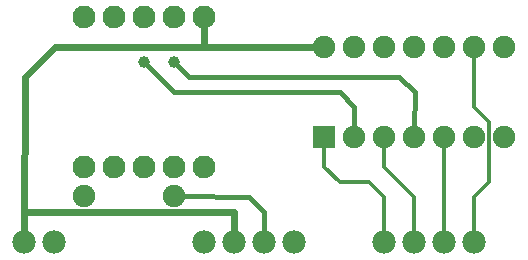
<source format=gtl>
G04 MADE WITH FRITZING*
G04 WWW.FRITZING.ORG*
G04 DOUBLE SIDED*
G04 HOLES PLATED*
G04 CONTOUR ON CENTER OF CONTOUR VECTOR*
%ASAXBY*%
%FSLAX23Y23*%
%MOIN*%
%OFA0B0*%
%SFA1.0B1.0*%
%ADD10C,0.075000*%
%ADD11C,0.076000*%
%ADD12C,0.078000*%
%ADD13C,0.039370*%
%ADD14R,0.075000X0.075000*%
%ADD15C,0.024000*%
%ADD16C,0.012000*%
%ADD17C,0.016000*%
%LNCOPPER1*%
G90*
G70*
G54D10*
X439Y261D03*
X739Y261D03*
G54D11*
X439Y356D03*
X539Y356D03*
X639Y356D03*
X739Y356D03*
X839Y356D03*
X439Y856D03*
X539Y856D03*
X639Y856D03*
X739Y856D03*
X839Y856D03*
G54D10*
X1239Y456D03*
X1239Y756D03*
X1339Y456D03*
X1339Y756D03*
X1439Y456D03*
X1439Y756D03*
X1539Y456D03*
X1539Y756D03*
X1639Y456D03*
X1639Y756D03*
X1739Y456D03*
X1739Y756D03*
X1839Y456D03*
X1839Y756D03*
G54D12*
X839Y106D03*
X939Y106D03*
X1039Y106D03*
X1139Y106D03*
X239Y106D03*
X339Y106D03*
X1439Y106D03*
X1539Y106D03*
X1639Y106D03*
X1739Y106D03*
G54D13*
X639Y706D03*
X739Y706D03*
G54D14*
X1239Y456D03*
G54D15*
X1210Y756D02*
X838Y757D01*
D02*
X838Y757D02*
X839Y825D01*
D02*
X240Y657D02*
X239Y136D01*
D02*
X340Y757D02*
X240Y657D01*
D02*
X838Y757D02*
X340Y757D01*
D02*
X839Y825D02*
X838Y757D01*
D02*
X939Y205D02*
X939Y136D01*
D02*
X238Y206D02*
X939Y205D01*
D02*
X239Y136D02*
X238Y206D01*
G54D16*
D02*
X1290Y306D02*
X1388Y306D01*
D02*
X1388Y306D02*
X1439Y255D01*
D02*
X1238Y355D02*
X1290Y306D01*
D02*
X1439Y255D02*
X1439Y130D01*
D02*
X1239Y433D02*
X1238Y355D01*
D02*
X1439Y433D02*
X1439Y356D01*
D02*
X1439Y356D02*
X1539Y256D01*
D02*
X1539Y256D02*
X1539Y130D01*
D02*
X1639Y433D02*
X1639Y130D01*
D02*
X1739Y733D02*
X1739Y556D01*
D02*
X1739Y556D02*
X1788Y505D01*
D02*
X1788Y505D02*
X1788Y306D01*
D02*
X1788Y306D02*
X1739Y255D01*
D02*
X1739Y255D02*
X1739Y130D01*
G54D17*
D02*
X989Y255D02*
X1039Y205D01*
D02*
X762Y261D02*
X989Y255D01*
D02*
X1039Y205D02*
X1039Y130D01*
D02*
X1339Y556D02*
X1339Y479D01*
D02*
X739Y605D02*
X1290Y605D01*
D02*
X1290Y605D02*
X1339Y556D01*
D02*
X648Y696D02*
X739Y605D01*
D02*
X1488Y656D02*
X1540Y606D01*
D02*
X788Y656D02*
X1488Y656D01*
D02*
X748Y696D02*
X788Y656D01*
D02*
X1540Y606D02*
X1539Y479D01*
G04 End of Copper1*
M02*
</source>
